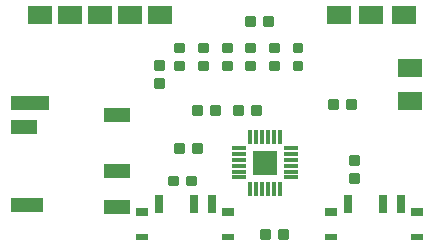
<source format=gtp>
G75*
%MOIN*%
%OFA0B0*%
%FSLAX24Y24*%
%IPPOS*%
%LPD*%
%AMOC8*
5,1,8,0,0,1.08239X$1,22.5*
%
%ADD10C,0.0088*%
%ADD11R,0.0118X0.0472*%
%ADD12R,0.0472X0.0118*%
%ADD13R,0.0472X0.0120*%
%ADD14R,0.0800X0.0800*%
%ADD15R,0.0787X0.0591*%
%ADD16R,0.0276X0.0591*%
%ADD17R,0.0394X0.0236*%
%ADD18R,0.0394X0.0315*%
%ADD19R,0.1300X0.0500*%
%ADD20R,0.0900X0.0500*%
%ADD21R,0.1100X0.0500*%
D10*
X005748Y002701D02*
X006010Y002701D01*
X005748Y002701D02*
X005748Y002963D01*
X006010Y002963D01*
X006010Y002701D01*
X006010Y002788D02*
X005748Y002788D01*
X005748Y002875D02*
X006010Y002875D01*
X006010Y002962D02*
X005748Y002962D01*
X006348Y002701D02*
X006610Y002701D01*
X006348Y002701D02*
X006348Y002963D01*
X006610Y002963D01*
X006610Y002701D01*
X006610Y002788D02*
X006348Y002788D01*
X006348Y002875D02*
X006610Y002875D01*
X006610Y002962D02*
X006348Y002962D01*
X006207Y003784D02*
X005945Y003784D01*
X005945Y004046D01*
X006207Y004046D01*
X006207Y003784D01*
X006207Y003871D02*
X005945Y003871D01*
X005945Y003958D02*
X006207Y003958D01*
X006207Y004045D02*
X005945Y004045D01*
X006545Y003784D02*
X006807Y003784D01*
X006545Y003784D02*
X006545Y004046D01*
X006807Y004046D01*
X006807Y003784D01*
X006807Y003871D02*
X006545Y003871D01*
X006545Y003958D02*
X006807Y003958D01*
X006807Y004045D02*
X006545Y004045D01*
X006535Y005326D02*
X006797Y005326D01*
X006797Y005064D01*
X006535Y005064D01*
X006535Y005326D01*
X006535Y005151D02*
X006797Y005151D01*
X006797Y005238D02*
X006535Y005238D01*
X006535Y005325D02*
X006797Y005325D01*
X007135Y005326D02*
X007397Y005326D01*
X007397Y005064D01*
X007135Y005064D01*
X007135Y005326D01*
X007135Y005151D02*
X007397Y005151D01*
X007397Y005238D02*
X007135Y005238D01*
X007135Y005325D02*
X007397Y005325D01*
X007913Y005326D02*
X008175Y005326D01*
X008175Y005064D01*
X007913Y005064D01*
X007913Y005326D01*
X007913Y005151D02*
X008175Y005151D01*
X008175Y005238D02*
X007913Y005238D01*
X007913Y005325D02*
X008175Y005325D01*
X008513Y005326D02*
X008775Y005326D01*
X008775Y005064D01*
X008513Y005064D01*
X008513Y005326D01*
X008513Y005151D02*
X008775Y005151D01*
X008775Y005238D02*
X008513Y005238D01*
X008513Y005325D02*
X008775Y005325D01*
X008574Y006535D02*
X008574Y006797D01*
X008574Y006535D02*
X008312Y006535D01*
X008312Y006797D01*
X008574Y006797D01*
X008574Y006622D02*
X008312Y006622D01*
X008312Y006709D02*
X008574Y006709D01*
X008574Y006796D02*
X008312Y006796D01*
X008574Y007135D02*
X008574Y007397D01*
X008574Y007135D02*
X008312Y007135D01*
X008312Y007397D01*
X008574Y007397D01*
X008574Y007222D02*
X008312Y007222D01*
X008312Y007309D02*
X008574Y007309D01*
X008574Y007396D02*
X008312Y007396D01*
X007524Y007397D02*
X007524Y007135D01*
X007524Y007397D02*
X007786Y007397D01*
X007786Y007135D01*
X007524Y007135D01*
X007524Y007222D02*
X007786Y007222D01*
X007786Y007309D02*
X007524Y007309D01*
X007524Y007396D02*
X007786Y007396D01*
X006737Y007397D02*
X006737Y007135D01*
X006737Y007397D02*
X006999Y007397D01*
X006999Y007135D01*
X006737Y007135D01*
X006737Y007222D02*
X006999Y007222D01*
X006999Y007309D02*
X006737Y007309D01*
X006737Y007396D02*
X006999Y007396D01*
X005950Y007397D02*
X005950Y007135D01*
X005950Y007397D02*
X006212Y007397D01*
X006212Y007135D01*
X005950Y007135D01*
X005950Y007222D02*
X006212Y007222D01*
X006212Y007309D02*
X005950Y007309D01*
X005950Y007396D02*
X006212Y007396D01*
X005950Y006797D02*
X005950Y006535D01*
X005950Y006797D02*
X006212Y006797D01*
X006212Y006535D01*
X005950Y006535D01*
X005950Y006622D02*
X006212Y006622D01*
X006212Y006709D02*
X005950Y006709D01*
X005950Y006796D02*
X006212Y006796D01*
X006737Y006797D02*
X006737Y006535D01*
X006737Y006797D02*
X006999Y006797D01*
X006999Y006535D01*
X006737Y006535D01*
X006737Y006622D02*
X006999Y006622D01*
X006999Y006709D02*
X006737Y006709D01*
X006737Y006796D02*
X006999Y006796D01*
X007524Y006797D02*
X007524Y006535D01*
X007524Y006797D02*
X007786Y006797D01*
X007786Y006535D01*
X007524Y006535D01*
X007524Y006622D02*
X007786Y006622D01*
X007786Y006709D02*
X007524Y006709D01*
X007524Y006796D02*
X007786Y006796D01*
X009361Y006797D02*
X009361Y006535D01*
X009099Y006535D01*
X009099Y006797D01*
X009361Y006797D01*
X009361Y006622D02*
X009099Y006622D01*
X009099Y006709D02*
X009361Y006709D01*
X009361Y006796D02*
X009099Y006796D01*
X009361Y007135D02*
X009361Y007397D01*
X009361Y007135D02*
X009099Y007135D01*
X009099Y007397D01*
X009361Y007397D01*
X009361Y007222D02*
X009099Y007222D01*
X009099Y007309D02*
X009361Y007309D01*
X009361Y007396D02*
X009099Y007396D01*
X010149Y007397D02*
X010149Y007135D01*
X009887Y007135D01*
X009887Y007397D01*
X010149Y007397D01*
X010149Y007222D02*
X009887Y007222D01*
X009887Y007309D02*
X010149Y007309D01*
X010149Y007396D02*
X009887Y007396D01*
X010149Y006797D02*
X010149Y006535D01*
X009887Y006535D01*
X009887Y006797D01*
X010149Y006797D01*
X010149Y006622D02*
X009887Y006622D01*
X009887Y006709D02*
X010149Y006709D01*
X010149Y006796D02*
X009887Y006796D01*
X009169Y008278D02*
X008907Y008278D01*
X009169Y008278D02*
X009169Y008016D01*
X008907Y008016D01*
X008907Y008278D01*
X008907Y008103D02*
X009169Y008103D01*
X009169Y008190D02*
X008907Y008190D01*
X008907Y008277D02*
X009169Y008277D01*
X008569Y008278D02*
X008307Y008278D01*
X008569Y008278D02*
X008569Y008016D01*
X008307Y008016D01*
X008307Y008278D01*
X008307Y008103D02*
X008569Y008103D01*
X008569Y008190D02*
X008307Y008190D01*
X008307Y008277D02*
X008569Y008277D01*
X005523Y006807D02*
X005523Y006545D01*
X005261Y006545D01*
X005261Y006807D01*
X005523Y006807D01*
X005523Y006632D02*
X005261Y006632D01*
X005261Y006719D02*
X005523Y006719D01*
X005523Y006806D02*
X005261Y006806D01*
X005523Y006207D02*
X005523Y005945D01*
X005261Y005945D01*
X005261Y006207D01*
X005523Y006207D01*
X005523Y006032D02*
X005261Y006032D01*
X005261Y006119D02*
X005523Y006119D01*
X005523Y006206D02*
X005261Y006206D01*
X011063Y005523D02*
X011325Y005523D01*
X011325Y005261D01*
X011063Y005261D01*
X011063Y005523D01*
X011063Y005348D02*
X011325Y005348D01*
X011325Y005435D02*
X011063Y005435D01*
X011063Y005522D02*
X011325Y005522D01*
X011663Y005523D02*
X011925Y005523D01*
X011925Y005261D01*
X011663Y005261D01*
X011663Y005523D01*
X011663Y005348D02*
X011925Y005348D01*
X011925Y005435D02*
X011663Y005435D01*
X011663Y005522D02*
X011925Y005522D01*
X011757Y003657D02*
X011757Y003395D01*
X011757Y003657D02*
X012019Y003657D01*
X012019Y003395D01*
X011757Y003395D01*
X011757Y003482D02*
X012019Y003482D01*
X012019Y003569D02*
X011757Y003569D01*
X011757Y003656D02*
X012019Y003656D01*
X011757Y003057D02*
X011757Y002795D01*
X011757Y003057D02*
X012019Y003057D01*
X012019Y002795D01*
X011757Y002795D01*
X011757Y002882D02*
X012019Y002882D01*
X012019Y002969D02*
X011757Y002969D01*
X011757Y003056D02*
X012019Y003056D01*
X009661Y001192D02*
X009399Y001192D01*
X009661Y001192D02*
X009661Y000930D01*
X009399Y000930D01*
X009399Y001192D01*
X009399Y001017D02*
X009661Y001017D01*
X009661Y001104D02*
X009399Y001104D01*
X009399Y001191D02*
X009661Y001191D01*
X009061Y001192D02*
X008799Y001192D01*
X009061Y001192D02*
X009061Y000930D01*
X008799Y000930D01*
X008799Y001192D01*
X008799Y001017D02*
X009061Y001017D01*
X009061Y001104D02*
X008799Y001104D01*
X008799Y001191D02*
X009061Y001191D01*
D11*
X009035Y002557D03*
X009235Y002557D03*
X009425Y002557D03*
X008835Y002557D03*
X008635Y002557D03*
X008445Y002557D03*
X008445Y004289D03*
X008635Y004289D03*
X008835Y004289D03*
X009035Y004289D03*
X009235Y004289D03*
X009425Y004289D03*
D12*
X009801Y003913D03*
X009801Y003723D03*
X009801Y003523D03*
X009801Y003323D03*
X009801Y003123D03*
X009801Y002933D03*
X008069Y003323D03*
X008069Y003523D03*
X008069Y003723D03*
X008069Y003913D03*
D13*
X008069Y003123D03*
X008069Y002933D03*
D14*
X008935Y003423D03*
D15*
X013758Y005490D03*
X013758Y006573D03*
X013561Y008344D03*
X012478Y008344D03*
X011395Y008344D03*
X005425Y008350D03*
X004425Y008350D03*
X003425Y008350D03*
X002425Y008350D03*
X001425Y008350D03*
D16*
X005392Y002045D03*
X006573Y002045D03*
X007163Y002045D03*
X011691Y002045D03*
X012872Y002045D03*
X013462Y002045D03*
D17*
X014014Y000962D03*
X011140Y000962D03*
X007714Y000962D03*
X004840Y000962D03*
D18*
X004840Y001789D03*
X007714Y001789D03*
X011140Y001789D03*
X014014Y001789D03*
D19*
X001095Y005399D03*
D20*
X000895Y004599D03*
X003995Y004999D03*
X003995Y003149D03*
X003995Y001949D03*
D21*
X000995Y001999D03*
M02*

</source>
